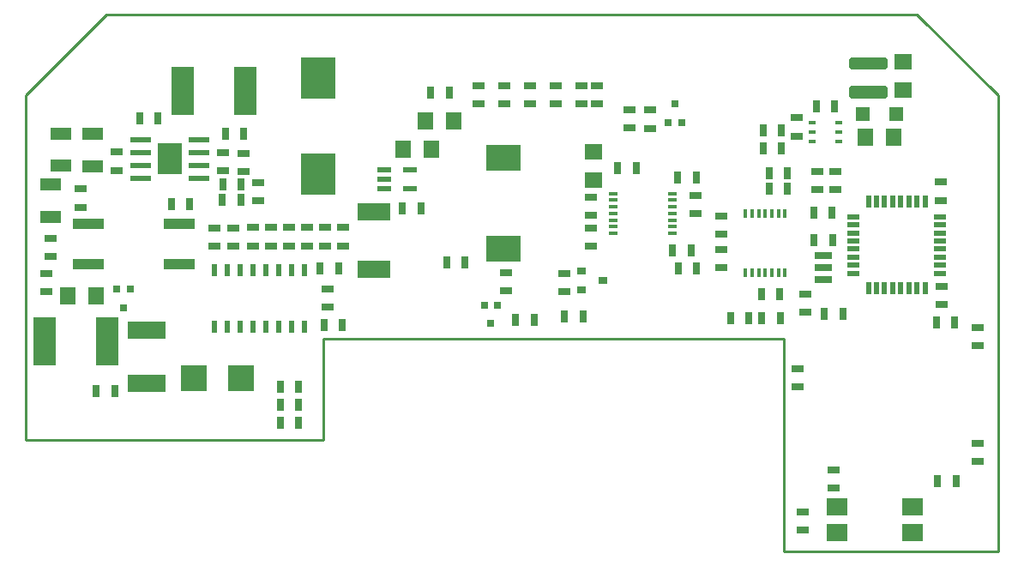
<source format=gbr>
G04 EAGLE Gerber RS-274X export*
G75*
%MOMM*%
%FSLAX34Y34*%
%LPD*%
%INSolderpaste Top*%
%IPPOS*%
%AMOC8*
5,1,8,0,0,1.08239X$1,22.5*%
G01*
%ADD10R,1.320800X0.558800*%
%ADD11R,1.200000X0.800000*%
%ADD12R,0.800000X1.200000*%
%ADD13R,3.200000X1.800000*%
%ADD14R,1.600000X1.800000*%
%ADD15R,3.100000X1.000000*%
%ADD16R,1.700000X0.700000*%
%ADD17R,1.270000X0.558800*%
%ADD18R,0.558800X1.270000*%
%ADD19R,0.600000X1.200000*%
%ADD20R,0.800000X0.450000*%
%ADD21R,2.150000X0.500000*%
%ADD22R,2.400000X3.100000*%
%ADD23C,0.625000*%
%ADD24R,3.500000X4.100000*%
%ADD25R,1.397000X1.397000*%
%ADD26R,1.800000X1.600000*%
%ADD27R,0.900000X0.800000*%
%ADD28R,2.000000X1.200000*%
%ADD29R,2.286000X4.800000*%
%ADD30R,2.540000X2.540000*%
%ADD31R,0.700000X0.700000*%
%ADD32R,3.700000X1.800000*%
%ADD33R,0.900000X0.350000*%
%ADD34R,0.350000X0.900000*%
%ADD35R,2.000000X1.780000*%
%ADD36R,3.400000X2.600000*%
%ADD37C,0.254000*%


D10*
X353822Y266446D03*
X353822Y257048D03*
X353822Y247650D03*
X379222Y247650D03*
X379222Y266446D03*
D11*
X224155Y191533D03*
X224155Y209533D03*
X241935Y191533D03*
X241935Y209533D03*
X259715Y191533D03*
X259715Y209533D03*
X277495Y191533D03*
X277495Y209533D03*
X313055Y191533D03*
X313055Y209533D03*
X295275Y191533D03*
X295275Y209533D03*
X204851Y191406D03*
X204851Y209406D03*
X186309Y191406D03*
X186309Y209406D03*
D12*
X194454Y252222D03*
X212454Y252222D03*
D13*
X344170Y224723D03*
X344170Y168723D03*
D12*
X269604Y16510D03*
X251604Y16510D03*
X251604Y34290D03*
X269604Y34290D03*
X251604Y52070D03*
X269604Y52070D03*
D11*
X762000Y51960D03*
X762000Y69960D03*
X769620Y125620D03*
X769620Y143620D03*
D12*
X918320Y-40640D03*
X900320Y-40640D03*
D11*
X939800Y-21700D03*
X939800Y-3700D03*
X24257Y198738D03*
X24257Y180738D03*
D12*
X399940Y342900D03*
X417940Y342900D03*
D14*
X422940Y314960D03*
X394940Y314960D03*
D11*
X798957Y246778D03*
X798957Y264778D03*
D15*
X151680Y173040D03*
X61680Y173040D03*
X151680Y213040D03*
X61680Y213040D03*
D12*
X162162Y232537D03*
X144162Y232537D03*
D11*
X563880Y331360D03*
X563880Y349360D03*
X781177Y246778D03*
X781177Y264778D03*
D16*
X787527Y158053D03*
X787527Y170053D03*
X787527Y182053D03*
D17*
X816991Y220278D03*
X816991Y212278D03*
X816991Y204278D03*
X816991Y196278D03*
X816991Y188278D03*
X816991Y180278D03*
X816991Y172278D03*
X816991Y164278D03*
D18*
X831917Y149352D03*
X839917Y149352D03*
X847917Y149352D03*
X855917Y149352D03*
X863917Y149352D03*
X871917Y149352D03*
X879917Y149352D03*
X887917Y149352D03*
D17*
X902843Y164278D03*
X902843Y172278D03*
X902843Y180278D03*
X902843Y188278D03*
X902843Y196278D03*
X902843Y204278D03*
X902843Y212278D03*
X902843Y220278D03*
D18*
X887917Y235204D03*
X879917Y235204D03*
X871917Y235204D03*
X863917Y235204D03*
X855917Y235204D03*
X847917Y235204D03*
X839917Y235204D03*
X831917Y235204D03*
D11*
X903859Y254491D03*
X903859Y236491D03*
D19*
X274955Y167573D03*
X262255Y167573D03*
X249555Y167573D03*
X236855Y167573D03*
X224155Y167573D03*
X211455Y167573D03*
X198755Y167573D03*
X186055Y167573D03*
X186055Y111573D03*
X198755Y111573D03*
X211455Y111573D03*
X224155Y111573D03*
X236855Y111573D03*
X249555Y111573D03*
X262255Y111573D03*
X274955Y111573D03*
D11*
X298450Y131081D03*
X298450Y149081D03*
X447040Y331360D03*
X447040Y349360D03*
X472440Y331360D03*
X472440Y349360D03*
X497840Y331360D03*
X497840Y349360D03*
X523240Y331360D03*
X523240Y349360D03*
X548640Y331360D03*
X548640Y349360D03*
D20*
X776809Y313411D03*
X776809Y303911D03*
X776809Y294411D03*
X802309Y294411D03*
X802309Y303911D03*
X802309Y313411D03*
D21*
X113617Y296545D03*
X113617Y283845D03*
X113617Y271145D03*
X113617Y258445D03*
X171117Y258445D03*
X171117Y271145D03*
X171117Y283845D03*
X171117Y296545D03*
D22*
X142367Y277495D03*
D23*
X815594Y346884D02*
X847344Y346884D01*
X847344Y340634D01*
X815594Y340634D01*
X815594Y346884D01*
X815594Y346571D02*
X847344Y346571D01*
X847344Y374884D02*
X815594Y374884D01*
X847344Y374884D02*
X847344Y368634D01*
X815594Y368634D01*
X815594Y374884D01*
X815594Y374571D02*
X847344Y374571D01*
D24*
X288671Y262253D03*
X288671Y357253D03*
D12*
X780559Y329311D03*
X798559Y329311D03*
D25*
X826389Y321691D03*
X859409Y321691D03*
D26*
X866521Y373029D03*
X866521Y345029D03*
D12*
X727981Y305689D03*
X745981Y305689D03*
D11*
X761619Y299991D03*
X761619Y317991D03*
D12*
X745981Y287909D03*
X727981Y287909D03*
D14*
X828899Y298831D03*
X856899Y298831D03*
D27*
X569809Y157519D03*
X548809Y148019D03*
X548809Y167019D03*
D12*
X550029Y121479D03*
X532029Y121479D03*
D11*
X531379Y145931D03*
X531379Y163931D03*
D12*
X602598Y267843D03*
X584598Y267843D03*
D11*
X557657Y239378D03*
X557657Y221378D03*
X557657Y190898D03*
X557657Y208898D03*
D26*
X560578Y256383D03*
X560578Y284383D03*
D12*
X638700Y186563D03*
X656700Y186563D03*
X644415Y168910D03*
X662415Y168910D03*
D11*
X661162Y241537D03*
X661162Y223537D03*
D28*
X34798Y302512D03*
X34798Y270512D03*
X66421Y302004D03*
X66421Y270004D03*
X24892Y252347D03*
X24892Y220347D03*
D11*
X89667Y266099D03*
X89667Y284099D03*
D12*
X112311Y317759D03*
X130311Y317759D03*
D11*
X214757Y282812D03*
X214757Y264812D03*
D12*
X197375Y302260D03*
X215375Y302260D03*
D11*
X194437Y283447D03*
X194437Y265447D03*
D12*
X194213Y236748D03*
X212213Y236748D03*
D29*
X216928Y344805D03*
X154928Y344805D03*
D30*
X212725Y60579D03*
X165735Y60579D03*
D11*
X53848Y247633D03*
X53848Y229633D03*
X616712Y307611D03*
X616712Y325611D03*
D31*
X634342Y313330D03*
X647342Y313330D03*
X640842Y331830D03*
D32*
X119761Y108423D03*
X119761Y55923D03*
D29*
X18657Y97282D03*
X80657Y97282D03*
D11*
X596519Y308246D03*
X596519Y326246D03*
X20320Y145940D03*
X20320Y163940D03*
X939800Y92600D03*
X939800Y110600D03*
X229362Y253856D03*
X229362Y235856D03*
D14*
X41880Y142240D03*
X69880Y142240D03*
D12*
X69740Y48260D03*
X87740Y48260D03*
D14*
X372207Y286639D03*
X400207Y286639D03*
D12*
X390000Y228600D03*
X372000Y228600D03*
X778400Y197104D03*
X796400Y197104D03*
D11*
X904240Y133240D03*
X904240Y151240D03*
D33*
X580350Y243020D03*
X580350Y236520D03*
X580350Y230020D03*
X580350Y223520D03*
X580350Y217020D03*
X580350Y210520D03*
X580350Y204020D03*
X638850Y204020D03*
X638850Y210520D03*
X638850Y217020D03*
X638850Y223520D03*
X638850Y230020D03*
X638850Y236520D03*
X638850Y243020D03*
D34*
X710750Y165060D03*
X717250Y165060D03*
X723750Y165060D03*
X730250Y165060D03*
X736750Y165060D03*
X743250Y165060D03*
X749750Y165060D03*
X749750Y223560D03*
X743250Y223560D03*
X736750Y223560D03*
X730250Y223560D03*
X723750Y223560D03*
X717250Y223560D03*
X710750Y223560D03*
D12*
X733950Y262890D03*
X751950Y262890D03*
X733950Y247650D03*
X751950Y247650D03*
X744330Y143510D03*
X726330Y143510D03*
X744838Y120142D03*
X726838Y120142D03*
D11*
X687070Y170070D03*
X687070Y188070D03*
D35*
X801190Y-66040D03*
X801190Y-91440D03*
X875690Y-91440D03*
X875690Y-66040D03*
D31*
X103020Y148950D03*
X90020Y148950D03*
X96520Y130450D03*
D12*
X806560Y124460D03*
X788560Y124460D03*
D11*
X767080Y-71010D03*
X767080Y-89010D03*
X797560Y-29608D03*
X797560Y-47608D03*
D12*
X661780Y259080D03*
X643780Y259080D03*
D11*
X687070Y221090D03*
X687070Y203090D03*
D12*
X294530Y113030D03*
X312530Y113030D03*
X290720Y168910D03*
X308720Y168910D03*
X899050Y115570D03*
X917050Y115570D03*
D11*
X473964Y146956D03*
X473964Y164956D03*
D12*
X795892Y224536D03*
X777892Y224536D03*
D36*
X471424Y188680D03*
X471424Y278680D03*
D31*
X465732Y133202D03*
X452732Y133202D03*
X459232Y114702D03*
D12*
X433688Y174752D03*
X415688Y174752D03*
X714104Y119888D03*
X696104Y119888D03*
X501760Y118110D03*
X483760Y118110D03*
D37*
X0Y0D02*
X293500Y0D01*
X293500Y100000D01*
X748100Y100000D01*
X748100Y-110000D01*
X960000Y-110000D01*
X960000Y340000D01*
X880028Y419972D01*
X79972Y419972D01*
X0Y340000D01*
X0Y0D01*
M02*

</source>
